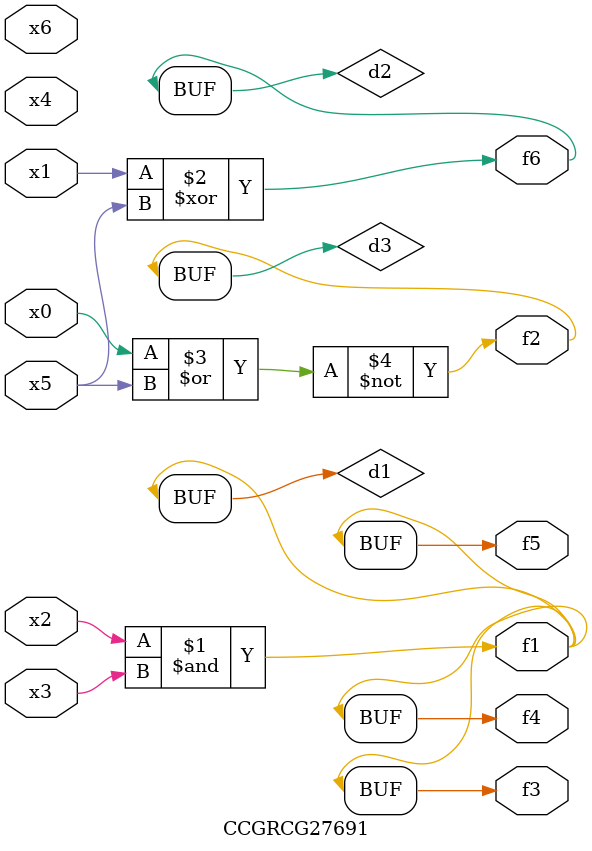
<source format=v>
module CCGRCG27691(
	input x0, x1, x2, x3, x4, x5, x6,
	output f1, f2, f3, f4, f5, f6
);

	wire d1, d2, d3;

	and (d1, x2, x3);
	xor (d2, x1, x5);
	nor (d3, x0, x5);
	assign f1 = d1;
	assign f2 = d3;
	assign f3 = d1;
	assign f4 = d1;
	assign f5 = d1;
	assign f6 = d2;
endmodule

</source>
